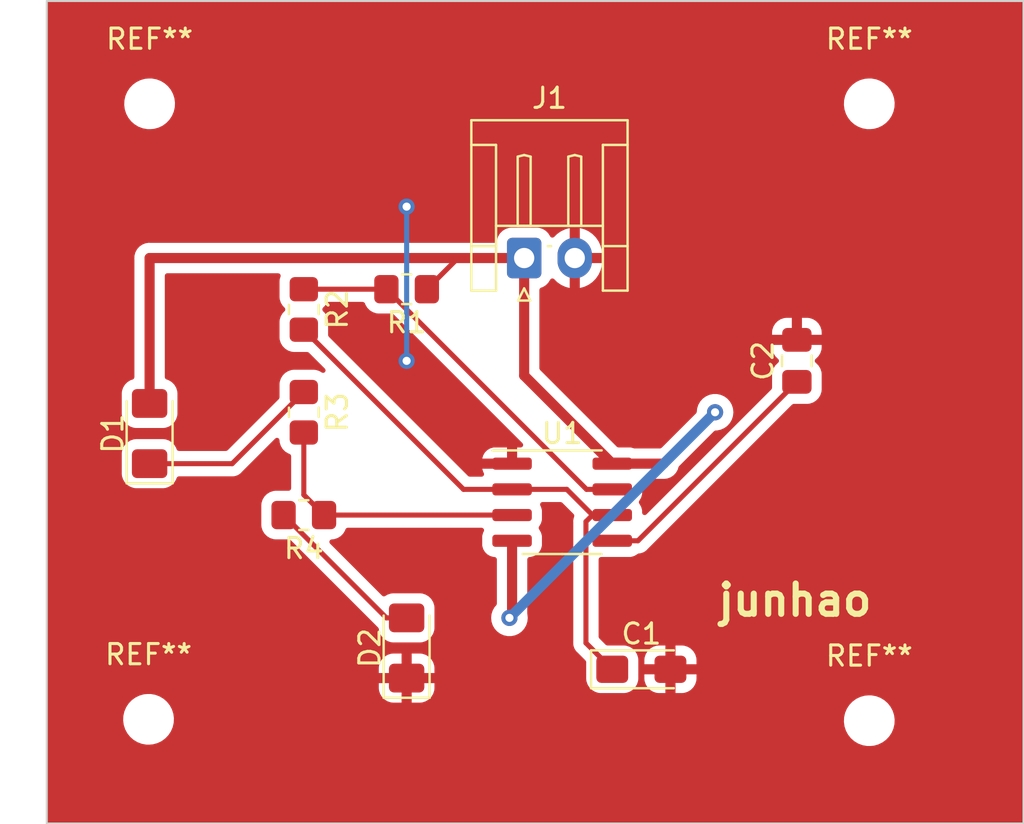
<source format=kicad_pcb>
(kicad_pcb (version 20221018) (generator pcbnew)
  (layers (0 "F.Cu" signal) (31 "B.Cu" signal) (34 "B.Paste" user) (35 "F.Paste" user) (36 "B.SilkS" user "B.Silkscreen") (37 "F.SilkS" user "F.Silkscreen") (38 "B.Mask" user) (39 "F.Mask" user) (44 "Edge.Cuts" user))
  (net 0 "")
  (net 1 "/pin_2")
  (net 2 "GND")
  (net 3 "Net-(U1-CV)")
  (net 4 "Net-(D1-K)")
  (net 5 "+9V")
  (net 6 "Net-(D2-A)")
  (net 7 "/pin_7")
  (net 8 "/pin_3")
  (footprint "MountingHole:MountingHole_2mm" (layer "F.Cu") (at 185.42 119.38)
    (fp_text reference "REF**" (at 0 -3.2) (layer "F.SilkS"))
    (fp_text value "MountingHole_2mm")
    (pad "" np_thru_hole circle (at 0 0) (size 2 2) (drill 2) (layers "F&B.Cu" "*.Mask"))
  )
  (footprint "Resistor_SMD:R_0805_2012Metric_Pad1.20x1.40mm_HandSolder" (layer "F.Cu") (at 157.48 109.22 180)
    (fp_text reference "R4" (at 0 -1.65) (layer "F.SilkS"))
    (fp_text value "1k")
    (fp_line (start -0.227064 -0.735) (end 0.227064 -0.735) (stroke (width 0.12)) (layer "F.SilkS"))
    (fp_line (start -0.227064 0.735) (end 0.227064 0.735) (stroke (width 0.12)) (layer "F.SilkS"))
    (pad "1" smd roundrect (at -1 0 180) (size 1.2 1.4) (layers "F.Cu" "F.Paste" "F.Mask") (roundrect_rratio 0.2083333333) (net 8 "/pin_3"))
    (pad "2" smd roundrect (at 1 0 180) (size 1.2 1.4) (layers "F.Cu" "F.Paste" "F.Mask") (roundrect_rratio 0.2083333333) (net 6 "Net-(D2-A)"))
  )
  (footprint "Package_SO:SOIC-8_3.9x4.9mm_P1.27mm" (layer "F.Cu") (at 170.245 108.585)
    (fp_text reference "U1" (at 0 -3.4) (layer "F.SilkS"))
    (fp_text value "NE555D")
    (fp_line (start 0 -2.56) (end -3.45 -2.56) (stroke (width 0.12)) (layer "F.SilkS"))
    (fp_line (start 0 -2.56) (end 1.95 -2.56) (stroke (width 0.12)) (layer "F.SilkS"))
    (fp_line (start 0 2.56) (end -1.95 2.56) (stroke (width 0.12)) (layer "F.SilkS"))
    (fp_line (start 0 2.56) (end 1.95 2.56) (stroke (width 0.12)) (layer "F.SilkS"))
    (pad "1" smd roundrect (at -2.475 -1.905) (size 1.95 0.6) (layers "F.Cu" "F.Paste" "F.Mask") (net 2 "GND"))
    (pad "2" smd roundrect (at -2.475 -0.635) (size 1.95 0.6) (layers "F.Cu" "F.Paste" "F.Mask") (net 1 "/pin_2"))
    (pad "3" smd roundrect (at -2.475 0.635) (size 1.95 0.6) (layers "F.Cu" "F.Paste" "F.Mask") (net 8 "/pin_3"))
    (pad "4" smd roundrect (at -2.475 1.905) (size 1.95 0.6) (layers "F.Cu" "F.Paste" "F.Mask") (net 5 "+9V"))
    (pad "5" smd roundrect (at 2.475 1.905) (size 1.95 0.6) (layers "F.Cu" "F.Paste" "F.Mask") (net 3 "Net-(U1-CV)"))
    (pad "6" smd roundrect (at 2.475 0.635) (size 1.95 0.6) (layers "F.Cu" "F.Paste" "F.Mask") (net 1 "/pin_2"))
    (pad "7" smd roundrect (at 2.475 -0.635) (size 1.95 0.6) (layers "F.Cu" "F.Paste" "F.Mask") (net 7 "/pin_7"))
    (pad "8" smd roundrect (at 2.475 -1.905) (size 1.95 0.6) (layers "F.Cu" "F.Paste" "F.Mask") (net 5 "+9V"))
  )
  (footprint "Resistor_SMD:R_0805_2012Metric_Pad1.20x1.40mm_HandSolder" (layer "F.Cu") (at 157.48 99.06 -90)
    (fp_text reference "R2" (at 0 -1.65 90) (layer "F.SilkS"))
    (fp_text value "10k")
    (fp_line (start -0.227064 -0.735) (end 0.227064 -0.735) (stroke (width 0.12)) (layer "F.SilkS"))
    (fp_line (start -0.227064 0.735) (end 0.227064 0.735) (stroke (width 0.12)) (layer "F.SilkS"))
    (pad "1" smd roundrect (at -1 0 270) (size 1.2 1.4) (layers "F.Cu" "F.Paste" "F.Mask") (roundrect_rratio 0.2083333333) (net 7 "/pin_7"))
    (pad "2" smd roundrect (at 1 0 270) (size 1.2 1.4) (layers "F.Cu" "F.Paste" "F.Mask") (roundrect_rratio 0.2083333333) (net 1 "/pin_2"))
  )
  (footprint "MountingHole:MountingHole_2mm" (layer "F.Cu") (at 149.807335 119.311655)
    (fp_text reference "REF**" (at 0 -3.2) (layer "F.SilkS"))
    (fp_text value "MountingHole_2mm")
    (pad "" np_thru_hole circle (at 0 0) (size 2 2) (drill 2) (layers "F&B.Cu" "*.Mask"))
  )
  (footprint "MountingHole:MountingHole_2mm" (layer "F.Cu") (at 149.86 88.9)
    (fp_text reference "REF**" (at 0 -3.2) (layer "F.SilkS"))
    (fp_text value "MountingHole_2mm")
    (pad "" np_thru_hole circle (at 0 0) (size 2 2) (drill 2) (layers "F&B.Cu" "*.Mask"))
  )
  (footprint "Resistor_SMD:R_0805_2012Metric_Pad1.20x1.40mm_HandSolder" (layer "F.Cu") (at 157.48 104.14 -90)
    (fp_text reference "R3" (at 0 -1.65 90) (layer "F.SilkS"))
    (fp_text value "1k")
    (fp_line (start -0.227064 -0.735) (end 0.227064 -0.735) (stroke (width 0.12)) (layer "F.SilkS"))
    (fp_line (start -0.227064 0.735) (end 0.227064 0.735) (stroke (width 0.12)) (layer "F.SilkS"))
    (pad "1" smd roundrect (at -1 0 270) (size 1.2 1.4) (layers "F.Cu" "F.Paste" "F.Mask") (roundrect_rratio 0.2083333333) (net 4 "Net-(D1-K)"))
    (pad "2" smd roundrect (at 1 0 270) (size 1.2 1.4) (layers "F.Cu" "F.Paste" "F.Mask") (roundrect_rratio 0.2083333333) (net 8 "/pin_3"))
  )
  (footprint "LED_SMD:LED_1206_3216Metric_Pad1.42x1.75mm_HandSolder" (layer "F.Cu") (at 149.86 105.1925 90)
    (fp_text reference "D1" (at 0 -1.82 90) (layer "F.SilkS"))
    (fp_text value "LED")
    (fp_line (start -2.46 -1.135) (end -2.46 1.135) (stroke (width 0.12)) (layer "F.SilkS"))
    (fp_line (start -2.46 1.135) (end 1.6 1.135) (stroke (width 0.12)) (layer "F.SilkS"))
    (fp_line (start 1.6 -1.135) (end -2.46 -1.135) (stroke (width 0.12)) (layer "F.SilkS"))
    (pad "1" smd roundrect (at -1.4875 0 90) (size 1.425 1.75) (layers "F.Cu" "F.Paste" "F.Mask") (roundrect_rratio 0.1754392982) (net 4 "Net-(D1-K)"))
    (pad "2" smd roundrect (at 1.4875 0 90) (size 1.425 1.75) (layers "F.Cu" "F.Paste" "F.Mask") (roundrect_rratio 0.1754392982) (net 5 "+9V"))
  )
  (footprint "MountingHole:MountingHole_2mm" (layer "F.Cu") (at 185.42 88.9)
    (fp_text reference "REF**" (at 0 -3.2) (layer "F.SilkS"))
    (fp_text value "MountingHole_2mm")
    (pad "" np_thru_hole circle (at 0 0) (size 2 2) (drill 2) (layers "*.Cu" "*.Mask"))
  )
  (footprint "Resistor_SMD:R_0805_2012Metric_Pad1.20x1.40mm_HandSolder" (layer "F.Cu") (at 162.56 98.06 180)
    (fp_text reference "R1" (at 0 -1.65) (layer "F.SilkS"))
    (fp_text value "1k")
    (fp_line (start -0.227064 -0.735) (end 0.227064 -0.735) (stroke (width 0.12)) (layer "F.SilkS"))
    (fp_line (start -0.227064 0.735) (end 0.227064 0.735) (stroke (width 0.12)) (layer "F.SilkS"))
    (pad "1" smd roundrect (at -1 0 180) (size 1.2 1.4) (layers "F.Cu" "F.Paste" "F.Mask") (roundrect_rratio 0.2083333333) (net 5 "+9V"))
    (pad "2" smd roundrect (at 1 0 180) (size 1.2 1.4) (layers "F.Cu" "F.Paste" "F.Mask") (roundrect_rratio 0.2083333333) (net 7 "/pin_7"))
  )
  (footprint "LED_SMD:LED_1206_3216Metric_Pad1.42x1.75mm_HandSolder" (layer "F.Cu") (at 162.56 115.7875 90)
    (fp_text reference "D2" (at 0 -1.82 90) (layer "F.SilkS"))
    (fp_text value "LED")
    (fp_line (start -2.46 -1.135) (end -2.46 1.135) (stroke (width 0.12)) (layer "F.SilkS"))
    (fp_line (start -2.46 1.135) (end 1.6 1.135) (stroke (width 0.12)) (layer "F.SilkS"))
    (fp_line (start 1.6 -1.135) (end -2.46 -1.135) (stroke (width 0.12)) (layer "F.SilkS"))
    (pad "1" smd roundrect (at -1.4875 0 90) (size 1.425 1.75) (layers "F.Cu" "F.Paste" "F.Mask") (roundrect_rratio 0.1754392982) (net 2 "GND"))
    (pad "2" smd roundrect (at 1.4875 0 90) (size 1.425 1.75) (layers "F.Cu" "F.Paste" "F.Mask") (roundrect_rratio 0.1754392982) (net 6 "Net-(D2-A)"))
  )
  (footprint "Capacitor_Tantalum_SMD:CP_EIA-3216-18_Kemet-A_Pad1.58x1.35mm_HandSolder" (layer "F.Cu") (at 174.1575 116.84)
    (fp_text reference "C1" (at 0 -1.75) (layer "F.SilkS"))
    (fp_text value "10uF")
    (fp_line (start -2.485 -0.935) (end -2.485 0.935) (stroke (width 0.12)) (layer "F.SilkS"))
    (fp_line (start -2.485 0.935) (end 1.6 0.935) (stroke (width 0.12)) (layer "F.SilkS"))
    (fp_line (start 1.6 -0.935) (end -2.485 -0.935) (stroke (width 0.12)) (layer "F.SilkS"))
    (pad "1" smd roundrect (at -1.4375 0) (size 1.575 1.35) (layers "F.Cu" "F.Paste" "F.Mask") (roundrect_rratio 0.1851851852) (net 1 "/pin_2"))
    (pad "2" smd roundrect (at 1.4375 0) (size 1.575 1.35) (layers "F.Cu" "F.Paste" "F.Mask") (roundrect_rratio 0.1851851852) (net 2 "GND"))
  )
  (footprint "Connector_JST:JST_EH_S2B-EH_1x02_P2.50mm_Horizontal" (layer "F.Cu") (at 168.3675 96.52)
    (fp_text reference "J1" (at 1.25 -7.9) (layer "F.SilkS"))
    (fp_text value "Conn_01x02_Pin")
    (fp_line (start -2.61 -6.81) (end 5.11 -6.81) (stroke (width 0.12)) (layer "F.SilkS"))
    (fp_line (start -2.61 -5.59) (end -1.39 -5.59) (stroke (width 0.12)) (layer "F.SilkS"))
    (fp_line (start -2.61 1.61) (end -2.61 -6.81) (stroke (width 0.12)) (layer "F.SilkS"))
    (fp_line (start -1.39 -5.59) (end -1.39 -0.59) (stroke (width 0.12)) (layer "F.SilkS"))
    (fp_line (start -1.39 -1.59) (end 3.89 -1.59) (stroke (width 0.12)) (layer "F.SilkS"))
    (fp_line (start -1.39 -0.59) (end -2.61 -0.59) (stroke (width 0.12)) (layer "F.SilkS"))
    (fp_line (start -1.39 -0.59) (end -1.39 1.61) (stroke (width 0.12)) (layer "F.SilkS"))
    (fp_line (start -1.39 1.61) (end -2.61 1.61) (stroke (width 0.12)) (layer "F.SilkS"))
    (fp_line (start -0.32 -5.01) (end 0 -5.09) (stroke (width 0.12)) (layer "F.SilkS"))
    (fp_line (start -0.32 -1.59) (end -0.32 -5.01) (stroke (width 0.12)) (layer "F.SilkS"))
    (fp_line (start -0.3 2.1) (end 0.3 2.1) (stroke (width 0.12)) (layer "F.SilkS"))
    (fp_line (start 0 -5.09) (end 0.32 -5.01) (stroke (width 0.12)) (layer "F.SilkS"))
    (fp_line (start 0 -1.59) (end -0.32 -1.59) (stroke (width 0.12)) (layer "F.SilkS"))
    (fp_line (start 0 1.5) (end -0.3 2.1) (stroke (width 0.12)) (layer "F.SilkS"))
    (fp_line (start 0.3 2.1) (end 0 1.5) (stroke (width 0.12)) (layer "F.SilkS"))
    (fp_line (start 0.32 -5.01) (end 0.32 -1.59) (stroke (width 0.12)) (layer "F.SilkS"))
    (fp_line (start 0.32 -1.59) (end 0 -1.59) (stroke (width 0.12)) (layer "F.SilkS"))
    (fp_line (start 1.17 -0.59) (end 1.33 -0.59) (stroke (width 0.12)) (layer "F.SilkS"))
    (fp_line (start 2.18 -5.01) (end 2.5 -5.09) (stroke (width 0.12)) (layer "F.SilkS"))
    (fp_line (start 2.18 -1.59) (end 2.18 -5.01) (stroke (width 0.12)) (layer "F.SilkS"))
    (fp_line (start 2.5 -5.09) (end 2.82 -5.01) (stroke (width 0.12)) (layer "F.SilkS"))
    (fp_line (start 2.5 -1.59) (end 2.18 -1.59) (stroke (width 0.12)) (layer "F.SilkS"))
    (fp_line (start 2.82 -5.01) (end 2.82 -1.59) (stroke (width 0.12)) (layer "F.SilkS"))
    (fp_line (start 2.82 -1.59) (end 2.5 -1.59) (stroke (width 0.12)) (layer "F.SilkS"))
    (fp_line (start 3.89 -5.59) (end 3.89 -0.59) (stroke (width 0.12)) (layer "F.SilkS"))
    (fp_line (start 3.89 -0.59) (end 5.11 -0.59) (stroke (width 0.12)) (layer "F.SilkS"))
    (fp_line (start 3.89 1.61) (end 3.89 -0.59) (stroke (width 0.12)) (layer "F.SilkS"))
    (fp_line (start 5.11 -6.81) (end 5.11 1.61) (stroke (width 0.12)) (layer "F.SilkS"))
    (fp_line (start 5.11 -5.59) (end 3.89 -5.59) (stroke (width 0.12)) (layer "F.SilkS"))
    (fp_line (start 5.11 1.61) (end 3.89 1.61) (stroke (width 0.12)) (layer "F.SilkS"))
    (pad "1" thru_hole roundrect (at 0 0) (size 1.7 2) (drill 1) (layers "*.Cu" "*.Mask") (roundrect_rratio 0.1470588235) (net 5 "+9V"))
    (pad "2" thru_hole oval (at 2.5 0) (size 1.7 2) (drill 1) (layers "*.Cu" "*.Mask") (net 2 "GND"))
  )
  (footprint "Capacitor_SMD:C_0805_2012Metric_Pad1.18x1.45mm_HandSolder" (layer "F.Cu") (at 181.8425 101.6 90)
    (fp_text reference "C2" (at 0 -1.68 90) (layer "F.SilkS"))
    (fp_text value "0.01uF")
    (fp_line (start -0.261252 -0.735) (end 0.261252 -0.735) (stroke (width 0.12)) (layer "F.SilkS"))
    (fp_line (start -0.261252 0.735) (end 0.261252 0.735) (stroke (width 0.12)) (layer "F.SilkS"))
    (pad "1" smd roundrect (at -1.0375 0 90) (size 1.175 1.45) (layers "F.Cu" "F.Paste" "F.Mask") (roundrect_rratio 0.2127659574) (net 3 "Net-(U1-CV)"))
    (pad "2" smd roundrect (at 1.0375 0 90) (size 1.175 1.45) (layers "F.Cu" "F.Paste" "F.Mask") (roundrect_rratio 0.2127659574) (net 2 "GND"))
  )
  (gr_rect (start 144.78 83.82) (end 193.04 124.46) (stroke (width 0.1)) (fill none) (layer "Edge.Cuts"))
  (gr_text "junhao" (at 177.8 114.3) (layer "F.SilkS") (effects (font (size 1.5 1.5) (thickness 0.3) bold) (justify left bottom)))
  (segment (start 172.72 116.84) (end 171.42 115.54) (width 0.25) (layer "F.Cu") (net 1))
  (segment (start 171.42 115.54) (end 171.42 109.545001) (width 0.25) (layer "F.Cu") (net 1))
  (segment (start 170.475001 107.95) (end 167.77 107.95) (width 0.25) (layer "F.Cu") (net 1))
  (segment (start 157.48 100.06) (end 165.37 107.95) (width 0.25) (layer "F.Cu") (net 1))
  (segment (start 172.72 109.22) (end 171.745001 109.22) (width 0.25) (layer "F.Cu") (net 1))
  (segment (start 165.37 107.95) (end 167.77 107.95) (width 0.25) (layer "F.Cu") (net 1))
  (segment (start 171.745001 109.22) (end 170.475001 107.95) (width 0.25) (layer "F.Cu") (net 1))
  (segment (start 171.42 109.545001) (end 171.745001 109.22) (width 0.25) (layer "F.Cu") (net 1))
  (via (at 162.56 93.98) (size 0.8) (drill 0.4) (layers "F.Cu" "B.Cu") (net 2))
  (via (at 162.56 101.6) (size 0.8) (drill 0.4) (layers "F.Cu" "B.Cu") (net 2))
  (segment (start 162.56 101.6) (end 162.56 93.98) (width 0.25) (layer "B.Cu") (net 2))
  (segment (start 173.99 110.49) (end 172.72 110.49) (width 0.25) (layer "F.Cu") (net 3))
  (segment (start 181.8425 102.6375) (end 173.99 110.49) (width 0.25) (layer "F.Cu") (net 3))
  (segment (start 153.94 106.68) (end 157.48 103.14) (width 0.25) (layer "F.Cu") (net 4))
  (segment (start 149.86 106.68) (end 153.94 106.68) (width 0.25) (layer "F.Cu") (net 4))
  (segment (start 167.77 110.49) (end 167.77 114.17) (width 0.5) (layer "F.Cu") (net 5))
  (segment (start 168.3675 102.3275) (end 172.72 106.68) (width 0.5) (layer "F.Cu") (net 5))
  (segment (start 149.86 96.52) (end 149.86 103.705) (width 0.5) (layer "F.Cu") (net 5))
  (segment (start 177.8 104.14) (end 175.26 106.68) (width 0.25) (layer "F.Cu") (net 5))
  (segment (start 168.3675 96.52) (end 168.3675 102.3275) (width 0.5) (layer "F.Cu") (net 5))
  (segment (start 165.1 96.52) (end 163.56 98.06) (width 0.25) (layer "F.Cu") (net 5))
  (segment (start 175.26 106.68) (end 172.72 106.68) (width 0.5) (layer "F.Cu") (net 5))
  (segment (start 167.77 114.17) (end 167.64 114.3) (width 0.25) (layer "F.Cu") (net 5))
  (segment (start 168.3675 96.52) (end 165.1 96.52) (width 0.25) (layer "F.Cu") (net 5))
  (segment (start 168.3675 96.52) (end 149.86 96.52) (width 0.5) (layer "F.Cu") (net 5))
  (via (at 177.8 104.14) (size 0.8) (drill 0.4) (layers "F.Cu" "B.Cu") (net 5))
  (via (at 167.64 114.3) (size 0.8) (drill 0.4) (layers "F.Cu" "B.Cu") (net 5))
  (segment (start 167.64 114.3) (end 177.8 104.14) (width 0.5) (layer "B.Cu") (net 5))
  (segment (start 161.56 114.3) (end 156.48 109.22) (width 0.25) (layer "F.Cu") (net 6))
  (segment (start 162.56 114.3) (end 161.56 114.3) (width 0.25) (layer "F.Cu") (net 6))
  (segment (start 161.56 98.06) (end 171.45 107.95) (width 0.25) (layer "F.Cu") (net 7))
  (segment (start 157.48 98.06) (end 161.56 98.06) (width 0.25) (layer "F.Cu") (net 7))
  (segment (start 171.45 107.95) (end 172.72 107.95) (width 0.25) (layer "F.Cu") (net 7))
  (segment (start 157.48 105.14) (end 157.48 108.22) (width 0.25) (layer "F.Cu") (net 8))
  (segment (start 158.48 109.22) (end 167.77 109.22) (width 0.25) (layer "F.Cu") (net 8))
  (segment (start 157.48 108.22) (end 158.48 109.22) (width 0.25) (layer "F.Cu") (net 8))
  (zone (net 2) (net_name "GND") (layer "F.Cu") (connect_pads (clearance 0.5)) (min_thickness 0.25) (fill yes (thermal_gap 0.5) (thermal_bridge_width 0.5))
    (polygon (pts (xy 144.78 83.82) (xy 193.04 83.82) (xy 193.04 124.46) (xy 144.78 124.46)))
  )
)
</source>
